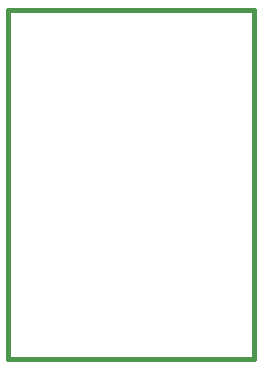
<source format=gm1>
G04 #@! TF.FileFunction,Profile,NP*
%FSLAX46Y46*%
G04 Gerber Fmt 4.6, Leading zero omitted, Abs format (unit mm)*
G04 Created by KiCad (PCBNEW 4.0.2-stable) date 6/3/2016 7:26:30 PM*
%MOMM*%
G01*
G04 APERTURE LIST*
%ADD10C,0.150000*%
%ADD11C,0.381000*%
G04 APERTURE END LIST*
D10*
D11*
X90000Y29650000D02*
X90000Y150000D01*
X20840000Y29650000D02*
X90000Y29650000D01*
X20840000Y150000D02*
X20840000Y29650000D01*
X90000Y150000D02*
X20840000Y150000D01*
M02*

</source>
